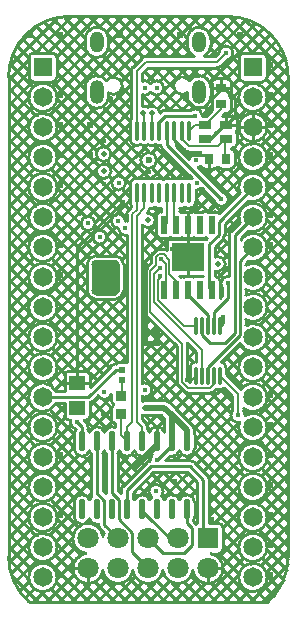
<source format=gbl>
G04 Layer: BottomLayer*
G04 EasyEDA Pro v1.9.26, 2023-01-09 17:51:20*
G04 Gerber Generator version 0.3*
G04 Scale: 100 percent, Rotated: No, Reflected: No*
G04 Dimensions in millimeters*
G04 Leading zeros omitted, absolute positions, 3 integers and 3 decimals*
%FSLAX33Y33*%
%MOMM*%
%AMOval*1,1,$1,$2,$3*1,1,$1,$4,$5*20,1,$1,$2,$3,$4,$5,0*%
%ADD10C,0.254*%
%ADD11C,0.2*%
%ADD12C,0.00508*%
%ADD13Oval,1.199998X0.0X-0.399999X0.0X0.399999*%
%ADD14Oval,1.199998X0.0X-0.299999X0.0X0.299999*%
%ADD15C,1.799996*%
%ADD16R,1.799996X1.799996*%
%ADD17R,1.599997X1.650009*%
%ADD18C,1.650009*%
%ADD19R,0.5495X0.565658*%
%ADD20R,0.540004X0.565658*%
%ADD21R,0.864006X0.806475*%
%ADD22R,1.39954X1.30048*%
%ADD23R,0.799998X0.899998*%
%ADD24R,1.099998X0.799998*%
%ADD25Oval,0.28001X0.0X-0.670001X0.0X0.670001*%
%ADD26Oval,0.559994X0.0X-0.592506X0.0X0.592506*%
%ADD27R,0.599999X1.499997*%
%ADD28R,2.799994X2.399995*%
%ADD29Oval,0.3556X0.0X-0.729602X0.0X0.729602*%
%ADD30R,0.899998X0.799998*%
%ADD31C,0.610001*%
%ADD32C,0.450002*%
%ADD33C,0.499999*%
%ADD34C,0.599999*%
%ADD35C,0.6096*%
%ADD36C,0.127*%
%ADD37C,0.381*%
%ADD38C,0.508*%
G75*

G54D10*

G04 Copper Start*
G01X107013Y-22963D02*
G02X105300Y-19143I3402J3820D01*
G01Y21483D01*
G02X110415Y26598I5115J0D01*
G01X123855D01*
G02X128970Y21483I0J-5115D01*
G01Y-19143D01*
G02X127257Y-22963I-5115J0D01*
G01X107013D01*
G01X120907Y-20324D02*
G03X122177Y-21422I1270J186D01*
G03X123461Y-20139I0J1284D01*
G03X122440Y-18882I-1284J0D01*
G01X123077D01*
G03X123461Y-18499I0J384D01*
G01Y-16699D01*
G03X123077Y-16315I-384J0D01*
G01X122307D01*
G01Y-12646D01*
G03X122157Y-12285I-511J0D01*
G01X121014Y-11142D01*
G03X120653Y-10992I-361J-361D01*
G01X118584D01*
G01X118952Y-10624D01*
G03X119129Y-10648I177J639D01*
G03X119764Y-10177I0J664D01*
G03X120399Y-10648I635J192D01*
G03X121063Y-9985I0J664D01*
G01Y-8800D01*
G03X121037Y-8616I-664J0D01*
G01Y-8455D01*
G03X120850Y-8004I-638J0D01*
G01X119580Y-6734D01*
G01X118937Y-6090D01*
G03X118486Y-5903I-451J-451D01*
G01X116843D01*
G03X116614Y-5946I0J-638D01*
G01Y-5598D01*
G03X116843Y-5643I229J564D01*
G03X117452Y-5034I0J609D01*
G03X116843Y-4426I-609J0D01*
G03X116614Y-4470I0J-609D01*
G01Y8916D01*
G03X117097Y8692I483J410D01*
G03X117731Y9325I0J634D01*
G03X117097Y9959I-634J0D01*
G03X117056Y9958I0J-634D01*
G01X117122Y10024D01*
G03X117263Y10354I-342J342D01*
G03X117415Y10333I152J540D01*
G03X117732Y10431I0J561D01*
G03X118050Y10333I318J463D01*
G03X118201Y10354I0J561D01*
G01Y10078D01*
G01X118194D01*
G03X117811Y9694I0J-384D01*
G01Y8194D01*
G03X118194Y7811I384J0D01*
G01X118794D01*
G03X118994Y7867I0J384D01*
G03X119194Y7811I200J327D01*
G01X119794D01*
G03X119994Y7867I0J384D01*
G03X120194Y7811I200J327D01*
G01X120794D01*
G03X120994Y7867I0J384D01*
G03X121194Y7811I200J327D01*
G01X121794D01*
G03X121994Y7867I0J384D01*
G03X122097Y7824I200J327D01*
G01X122027Y7754D01*
G03X121894Y7778I-133J-360D01*
G01X119094D01*
G03X118711Y7395I0J-384D01*
G01Y6798D01*
G03X118419Y6907I-292J-338D01*
G01X118053D01*
G03X117737Y6776I0J-447D01*
G01X117479Y6518D01*
G03X117348Y6202I316J-316D01*
G01Y5744D01*
G01X116958Y5354D01*
G03X116827Y5038I316J-316D01*
G01Y1570D01*
G03X116958Y1254I447J0D01*
G01X119553Y-1341D01*
G01Y-4335D01*
G03X119684Y-4651I447J0D01*
G01X120208Y-5176D01*
G03X120524Y-5306I316J316D01*
G01X122325D01*
G03X122641Y-5176I0J447D01*
G01X122805Y-5011D01*
G03X122927Y-4963I-128J508D01*
G03X123177Y-5027I250J460D01*
G03X123541Y-4881I0J524D01*
G01X124234Y-5574D01*
G01Y-6815D01*
G03X124109Y-7185I484J-369D01*
G03X124717Y-7793I609J0D01*
G03X124855Y-7777I0J609D01*
G03X124779Y-8201I1132J-423D01*
G03X125987Y-9409I1209J0D01*
G03X127196Y-8201I0J1209D01*
G03X125987Y-6992I-1209J0D01*
G03X125326Y-7189I0J-1209D01*
G01Y-7185D01*
G03X125201Y-6815I-609J0D01*
G01Y-6578D01*
G03X125987Y-6869I786J918D01*
G03X127196Y-5661I0J1209D01*
G03X125987Y-4452I-1209J0D01*
G03X124996Y-4969I0J-1209D01*
G01X123701Y-3673D01*
G01Y-3164D01*
G03X123312Y-2658I-524J0D01*
G01X124888Y-1082D01*
G03X125987Y-1789I1100J501D01*
G03X127196Y-581I0J1209D01*
G03X125987Y628I-1209J0D01*
G03X125380Y464I0J-1209D01*
G01Y914D01*
G03X125987Y751I607J1045D01*
G03X127196Y1959I0J1209D01*
G03X125987Y3168I-1209J0D01*
G03X125380Y3004I0J-1209D01*
G01Y3454D01*
G03X125987Y3291I607J1045D01*
G03X127196Y4499I0J1209D01*
G03X125987Y5708I-1209J0D01*
G03X125380Y5544I0J-1209D01*
G01Y5710D01*
G01X125574Y5904D01*
G03X125987Y5831I414J1136D01*
G03X127196Y7039I0J1209D01*
G03X125987Y8248I-1209J0D01*
G03X124974Y7698I0J-1209D01*
G01Y7844D01*
G01X125574Y8444D01*
G03X125987Y8371I414J1136D01*
G03X127196Y9579I0J1209D01*
G03X125987Y10788I-1209J0D01*
G03X124779Y9579I0J-1209D01*
G03X124852Y9166I1209J0D01*
G01X124102Y8416D01*
G03X123953Y8055I361J-361D01*
G01Y4596D01*
G03X123880Y4600I-73J-604D01*
G03X123272Y3991I0J-609D01*
G03X123370Y3660I609J0D01*
G01Y2985D01*
G01X123178Y2793D01*
G01Y4195D01*
G03X122815Y4578I-384J0D01*
G01Y5041D01*
G03X123015Y5009I200J601D01*
G03X123648Y5642I0J634D01*
G03X123015Y6276I-634J0D01*
G03X122815Y6244I0J-634D01*
G01Y7098D01*
G01X123435Y7718D01*
G03X123584Y8079I-361J361D01*
G01Y8994D01*
G01X125574Y10984D01*
G03X125987Y10911I414J1136D01*
G03X127196Y12119I0J1209D01*
G03X125987Y13328I-1209J0D01*
G03X124779Y12119I0J-1209D01*
G03X124852Y11706I1209J0D01*
G01X123088Y9942D01*
G03X122794Y10078I-293J-247D01*
G01X122194D01*
G03X121994Y10022I0J-384D01*
G03X121794Y10078I-200J-327D01*
G01X121194D01*
G03X120994Y10022I0J-384D01*
G03X120794Y10078I-200J-327D01*
G01X120194D01*
G03X119994Y10022I0J-384D01*
G03X119803Y10078I-200J-327D01*
G01Y10354D01*
G03X119955Y10333I151J541D01*
G03X120272Y10431I0J561D01*
G03X120590Y10333I318J463D01*
G03X121151Y10894I0J561D01*
G01Y11894D01*
G03X121223Y11889I72J604D01*
G03X121649Y12063I0J609D01*
G01X122730Y10981D01*
G03X123325Y10499I595J127D01*
G03X123933Y11108I0J609D01*
G03X123452Y11703I-609J0D01*
G01X121343Y13813D01*
G03X121555Y13918I-160J587D01*
G03X121901Y13699I347J164D01*
G01X122701D01*
G03X123001Y13844I0J384D01*
G03X123301Y13699I300J239D01*
G01X124101D01*
G03X124485Y14082I0J384D01*
G01Y14982D01*
G03X124123Y15365I-384J0D01*
G01Y15460D01*
G01X124262D01*
G03X124646Y15843I0J384D01*
G01Y16643D01*
G03X124604Y16818I-384J0D01*
G03X124646Y16993I-341J175D01*
G01Y17793D01*
G03X124262Y18177I-384J0D01*
G01X123380D01*
G01X123586Y18383D01*
G01X123770D01*
G03X124154Y18766I0J384D01*
G01Y19566D01*
G03X124009Y19866I-384J0D01*
G03X124154Y20166I-239J300D01*
G01Y20966D01*
G03X123770Y21350I-384J0D01*
G01X122870D01*
G03X122487Y20966I0J-384D01*
G01Y20166D01*
G03X122631Y19866I384J0D01*
G03X122487Y19566I239J-300D01*
G01Y18766D01*
G03X122500Y18665I384J0D01*
G01X122012Y18177D01*
G01X121705D01*
G01X121706Y18189D01*
G03X121097Y18798I-609J0D01*
G03X120766Y18700I0J-609D01*
G01X118565D01*
G03X118204Y18550I0J-511D01*
G01X118104Y18451D01*
G03X117474Y19014I-630J-70D01*
G03X117097Y18890I0J-634D01*
G03X116720Y19014I-377J-509D01*
G03X116628Y19007I0J-634D01*
G01Y19972D01*
G03X116847Y19931I219J568D01*
G03X117347Y20193I0J609D01*
G03X117847Y19931I500J347D01*
G03X118456Y20539I0J609D01*
G03X117847Y21148I-609J0D01*
G03X117347Y20886I0J-609D01*
G03X116847Y21148I-500J-347D01*
G03X116628Y21107I0J-609D01*
G01Y21770D01*
G01X117119Y22260D01*
G01X122642D01*
G01X122948D01*
G03X123290Y22402I0J484D01*
G01X123782Y22894D01*
G03X124310Y23498I-81J603D01*
G03X123701Y24106I-609J0D01*
G03X123098Y23578I0J-609D01*
G01X122747Y23227D01*
G01X122642D01*
G01X121875D01*
G03X122406Y24100I-453J873D01*
G01Y24700D01*
G03X121422Y25684I-984J0D01*
G03X120439Y24700I0J-984D01*
G01Y24100D01*
G03X120970Y23227I984J0D01*
G01X116919D01*
G03X116577Y23086I0J-484D01*
G01X115803Y22312D01*
G03X115661Y21970I342J-342D01*
G01Y17948D01*
G03X115584Y17663I484J-285D01*
G01Y16204D01*
G03X116145Y15642I561J0D01*
G03X116462Y15741I0J561D01*
G03X116780Y15642I318J463D01*
G03X117097Y15741I0J561D01*
G03X117415Y15642I318J463D01*
G03X117732Y15741I0J561D01*
G03X118050Y15642I318J463D01*
G03X118183Y15658I0J561D01*
G03X118324Y15389I502J91D01*
G01X120788Y12923D01*
G03X120757Y12889I435J-425D01*
G03X120590Y12915I-167J-536D01*
G03X120272Y12816I0J-561D01*
G03X119955Y12915I-317J-463D01*
G03X119637Y12816I0J-561D01*
G03X119320Y12915I-317J-463D01*
G03X119002Y12816I0J-561D01*
G03X118685Y12915I-317J-463D01*
G03X118367Y12816I0J-561D01*
G03X118050Y12915I-317J-463D01*
G03X117732Y12816I0J-561D01*
G03X117415Y12915I-317J-463D01*
G03X117097Y12816I0J-561D01*
G03X116780Y12915I-317J-463D01*
G03X116462Y12816I0J-561D01*
G03X116145Y12915I-317J-463D01*
G03X115584Y12353I0J-561D01*
G01Y10894D01*
G03X115661Y10609I561J0D01*
G01Y10430D01*
G01X115436Y10205D01*
G03X115295Y9863I342J-342D01*
G01Y9260D01*
G03X115199Y9268I-95J-601D01*
G01X115196D01*
G01Y9271D01*
G03X114587Y9880I-609J0D01*
G03X113979Y9271I0J-609D01*
G03X114587Y8663I609J0D01*
G01X114591D01*
G01Y8659D01*
G03X115199Y8051I609J0D01*
G03X115295Y8058I0J609D01*
G01Y-2666D01*
G03X115208Y-2656I-86J-374D01*
G01X114668D01*
G03X114360Y-2812I0J-384D01*
G01X114355D01*
G03X113994Y-2962I0J-511D01*
G01X112212Y-4744D01*
G01Y-3799D01*
G03X111828Y-3415I-384J0D01*
G01X110429D01*
G03X110045Y-3799I0J-384D01*
G01Y-5099D01*
G03X110048Y-5150I384J0D01*
G01X109303D01*
G03X108207Y-4452I-1095J-511D01*
G03X106999Y-5661I0J-1209D01*
G03X108207Y-6869I1209J0D01*
G03X109303Y-6171I0J1209D01*
G01X110045D01*
G01Y-7200D01*
G03X110429Y-7583I384J0D01*
G01X110542D01*
G03X110520Y-7744I587J-161D01*
G03X110999Y-8339I609J0D01*
G01Y-8376D01*
G03X110846Y-8800I511J-424D01*
G01Y-9985D01*
G03X111509Y-10648I664J0D01*
G03X112144Y-10177I0J664D01*
G03X112269Y-10408I635J192D01*
G01Y-13753D01*
G03X112354Y-14035I511J0D01*
G03X112144Y-14352I426J-509D01*
G03X111509Y-13881I-635J-192D01*
G03X110846Y-14545I0J-664D01*
G01Y-15730D01*
G03X111509Y-16393I664J0D01*
G03X111590Y-16388I0J664D01*
G03X110734Y-17599I427J-1210D01*
G03X111831Y-18869I1284J0D01*
G03X110734Y-20139I186J-1270D01*
G03X112017Y-21422I1284J0D01*
G03X113287Y-20324I0J1284D01*
G03X114557Y-21422I1270J186D01*
G03X115827Y-20324I0J1284D01*
G03X117097Y-21422I1270J186D01*
G03X118367Y-20324I0J1284D01*
G03X119637Y-21422I1270J186D01*
G03X120907Y-20324I0J1284D01*
G01X114306Y2646D02*
G03X115037Y3377I0J731D01*
G01Y5606D01*
G03X114306Y6336I-731J0D01*
G01X112687D01*
G03X111956Y5606I0J-731D01*
G01Y3377D01*
G03X112687Y2646I731J0D01*
G01X114306D01*
G01X120439Y19800D02*
G03X121422Y18817I984J0D01*
G03X122406Y19800I0J984D01*
G01Y20600D01*
G03X121422Y21584I-984J0D01*
G03X120595Y21132I0J-984D01*
G03X119987Y21454I-607J-411D01*
G03X119254Y20721I0J-734D01*
G03X119987Y19987I734J0D01*
G03X120439Y20142I0J734D01*
G01Y19800D01*
G01X112772Y18817D02*
G03X113756Y19800I0J984D01*
G01Y20142D01*
G03X114207Y19987I451J578D01*
G03X114941Y20721I0J734D01*
G03X114207Y21454I-734J0D01*
G03X113600Y21132I0J-734D01*
G03X112772Y21584I-828J-532D01*
G03X111789Y20600I0J-984D01*
G01Y19800D01*
G03X112772Y18817I984J0D01*
G01X106999Y4499D02*
G03X108207Y3291I1209J0D01*
G03X109416Y4499I0J1209D01*
G03X108207Y5708I-1209J0D01*
G03X106999Y4499I0J-1209D01*
G01X106999Y1959D02*
G03X108207Y751I1209J0D01*
G03X109416Y1959I0J1209D01*
G03X108207Y3168I-1209J0D01*
G03X106999Y1959I0J-1209D01*
G01X108207Y-4329D02*
G03X109416Y-3121I0J1209D01*
G03X108207Y-1912I-1209J0D01*
G03X106999Y-3121I0J-1209D01*
G03X108207Y-4329I1209J0D01*
G01X124779Y-3121D02*
G03X125987Y-4329I1209J0D01*
G03X127196Y-3121I0J1209D01*
G03X125987Y-1912I-1209J0D01*
G03X124779Y-3121I0J-1209D01*
G01X108207Y-1789D02*
G03X109416Y-581I0J1209D01*
G03X108207Y628I-1209J0D01*
G03X106999Y-581I0J-1209D01*
G03X108207Y-1789I1209J0D01*
G01X106999Y7039D02*
G03X108207Y5831I1209J0D01*
G03X109416Y7039I0J1209D01*
G03X108207Y8248I-1209J0D01*
G03X106999Y7039I0J-1209D01*
G01X108207Y-9409D02*
G03X109416Y-8201I0J1209D01*
G03X108207Y-6992I-1209J0D01*
G03X106999Y-8201I0J-1209D01*
G03X108207Y-9409I1209J0D01*
G01X124779Y-10741D02*
G03X125987Y-11949I1209J0D01*
G03X127196Y-10741I0J1209D01*
G03X125987Y-9532I-1209J0D01*
G03X124779Y-10741I0J-1209D01*
G01X106999Y-10741D02*
G03X108207Y-11949I1209J0D01*
G03X109416Y-10741I0J1209D01*
G03X108207Y-9532I-1209J0D01*
G03X106999Y-10741I0J-1209D01*
G01X124779Y-13281D02*
G03X125987Y-14489I1209J0D01*
G03X127196Y-13281I0J1209D01*
G03X125987Y-12072I-1209J0D01*
G03X124779Y-13281I0J-1209D01*
G01X108207Y-14489D02*
G03X109416Y-13281I0J1209D01*
G03X108207Y-12072I-1209J0D01*
G03X106999Y-13281I0J-1209D01*
G03X108207Y-14489I1209J0D01*
G01X125987Y-17029D02*
G03X127196Y-15821I0J1209D01*
G03X125987Y-14612I-1209J0D01*
G03X124779Y-15821I0J-1209D01*
G03X125987Y-17029I1209J0D01*
G01X125987Y-22109D02*
G03X127196Y-20901I0J1209D01*
G03X125987Y-19692I-1209J0D01*
G03X124779Y-20901I0J-1209D01*
G03X125987Y-22109I1209J0D01*
G01X106999Y-15821D02*
G03X108207Y-17029I1209J0D01*
G03X109416Y-15821I0J1209D01*
G03X108207Y-14612I-1209J0D01*
G03X106999Y-15821I0J-1209D01*
G01X125987Y-19569D02*
G03X127196Y-18361I0J1209D01*
G03X125987Y-17152I-1209J0D01*
G03X124779Y-18361I0J-1209D01*
G03X125987Y-19569I1209J0D01*
G01X106999Y-18361D02*
G03X108207Y-19569I1209J0D01*
G03X109416Y-18361I0J1209D01*
G03X108207Y-17152I-1209J0D01*
G03X106999Y-18361I0J-1209D01*
G01X108207Y8371D02*
G03X109416Y9579I0J1209D01*
G03X108207Y10788I-1209J0D01*
G03X106999Y9579I0J-1209D01*
G03X108207Y8371I1209J0D01*
G01X108207Y10911D02*
G03X109416Y12119I0J1209D01*
G03X108207Y13328I-1209J0D01*
G03X106999Y12119I0J-1209D01*
G03X108207Y10911I1209J0D01*
G01X106999Y14659D02*
G03X108207Y13451I1209J0D01*
G03X109416Y14659I0J1209D01*
G03X108207Y15868I-1209J0D01*
G03X106999Y14659I0J-1209D01*
G01X125987Y13451D02*
G03X127196Y14659I0J1209D01*
G03X125987Y15868I-1209J0D01*
G03X124779Y14659I0J-1209D01*
G03X125987Y13451I1209J0D01*
G01X108207Y15991D02*
G03X109416Y17199I0J1209D01*
G03X108207Y18408I-1209J0D01*
G03X106999Y17199I0J-1209D01*
G03X108207Y15991I1209J0D01*
G01X125987Y15991D02*
G03X127196Y17199I0J1209D01*
G03X125987Y18408I-1209J0D01*
G03X124779Y17199I0J-1209D01*
G03X125987Y15991I1209J0D01*
G01X108207Y18531D02*
G03X109416Y19739I0J1209D01*
G03X108207Y20948I-1209J0D01*
G03X106999Y19739I0J-1209D01*
G03X108207Y18531I1209J0D01*
G01X124779Y19739D02*
G03X125987Y18531I1209J0D01*
G03X127196Y19739I0J1209D01*
G03X125987Y20948I-1209J0D01*
G03X124779Y19739I0J-1209D01*
G01X106999Y-20901D02*
G03X108207Y-22109I1209J0D01*
G03X109416Y-20901I0J1209D01*
G03X108207Y-19692I-1209J0D01*
G03X106999Y-20901I0J-1209D01*
G01X107024Y21454D02*
G03X107407Y21071I384J0D01*
G01X109007D01*
G03X109391Y21454I0J384D01*
G01Y23104D01*
G03X109007Y23488I-384J0D01*
G01X107407D01*
G03X107024Y23104I0J-384D01*
G01Y21454D01*
G01X124804Y21454D02*
G03X125187Y21071I384J0D01*
G01X126787D01*
G03X127171Y21454I0J384D01*
G01Y23104D01*
G03X126787Y23488I-384J0D01*
G01X125187D01*
G03X124804Y23104I0J-384D01*
G01Y21454D01*
G01X112772Y23117D02*
G03X113756Y24100I0J984D01*
G01Y24700D01*
G03X112772Y25684I-984J0D01*
G03X111789Y24700I0J-984D01*
G01Y24100D01*
G03X112772Y23117I984J0D01*
G01X116479Y14403D02*
G03X117162Y13719I684J0D01*
G03X117846Y14403I0J684D01*
G03X117162Y15086I-684J0D01*
G03X116479Y14403I0J-684D01*
G01X113351Y14306D02*
G03X113984Y14940I0J634D01*
G03X113351Y15573I-634J0D01*
G03X112717Y14940I0J-634D01*
G03X113351Y14306I634J0D01*
G01X113351Y12856D02*
G03X113984Y13490I0J634D01*
G03X113351Y14124I-634J0D01*
G03X112717Y13490I0J-634D01*
G03X113351Y12856I634J0D01*
G01X114620Y11894D02*
G03X115228Y12503I0J609D01*
G03X114620Y13112I-609J0D01*
G03X114011Y12503I0J-609D01*
G03X114620Y11894I609J0D01*
G01X111413Y9067D02*
G03X112022Y8458I609J0D01*
G03X112630Y9067I0J609D01*
G03X112022Y9676I-609J0D01*
G03X111413Y9067I0J-609D01*
G01X113023Y7307D02*
G03X113631Y7915I0J609D01*
G03X113023Y8524I-609J0D01*
G03X112414Y7915I0J-609D01*
G03X113023Y7307I609J0D01*
G01X126783Y-22963D02*
G01X128533Y-21213D01*
G01X125705Y-22963D02*
G01X128936Y-19732D01*
G01X124628Y-22963D02*
G01X125559Y-22031D01*
G01X127118Y-20473D02*
G01X128970Y-18620D01*
G01X123550Y-22963D02*
G01X124966Y-21547D01*
G01X126633Y-19879D02*
G01X128970Y-17542D01*
G01X122472Y-22963D02*
G01X124811Y-20624D01*
G01X125711Y-19724D02*
G01X125871Y-19564D01*
G01X127190Y-18245D02*
G01X128970Y-16465D01*
G01X121395Y-22963D02*
G01X125138Y-19220D01*
G01X126847Y-17511D02*
G01X128970Y-15387D01*
G01X120317Y-22963D02*
G01X121890Y-21390D01*
G01X123428Y-19851D02*
G01X124786Y-18494D01*
G01X126120Y-17159D02*
G01X126289Y-16991D01*
G01X127158Y-16122D02*
G01X128970Y-14309D01*
G01X119239Y-22963D02*
G01X121215Y-20987D01*
G01X123026Y-19176D02*
G01X125353Y-16849D01*
G01X127016Y-15186D02*
G01X128970Y-13232D01*
G01X118162Y-22963D02*
G01X119704Y-21420D01*
G01X123461Y-17664D02*
G01X124862Y-16262D01*
G01X126429Y-14696D02*
G01X128970Y-12154D01*
G01X117084Y-22963D02*
G01X118875Y-21171D01*
G01X123448Y-16599D02*
G01X125616Y-14431D01*
G01X127138Y-12909D02*
G01X128970Y-11077D01*
G01X116006Y-22963D02*
G01X117694Y-21275D01*
G01X118234Y-20736D02*
G01X118421Y-20548D01*
G01X122654Y-16315D02*
G01X124997Y-13973D01*
G01X126679Y-12290D02*
G01X128970Y-9999D01*
G01X114929Y-22963D02*
G01X116579Y-21313D01*
G01X122307Y-15585D02*
G01X124793Y-13099D01*
G01X125806Y-12086D02*
G01X125943Y-11948D01*
G01X127195Y-10696D02*
G01X128970Y-8921D01*
G01X113851Y-22963D02*
G01X116004Y-20810D01*
G01X122307Y-14507D02*
G01X125177Y-11637D01*
G01X126884Y-9930D02*
G01X128970Y-7844D01*
G01X112774Y-22963D02*
G01X114334Y-21402D01*
G01X122307Y-13429D02*
G01X124796Y-10941D01*
G01X126188Y-9549D02*
G01X126400Y-9337D01*
G01X127123Y-8613D02*
G01X128970Y-6766D01*
G01X111696Y-22963D02*
G01X113631Y-21027D01*
G01X122249Y-12410D02*
G01X125401Y-9257D01*
G01X127044Y-7614D02*
G01X128970Y-5688D01*
G01X110618Y-22963D02*
G01X112168Y-21413D01*
G01X121727Y-11854D02*
G01X124885Y-8696D01*
G01X126483Y-7098D02*
G01X128970Y-4611D01*
G01X109541Y-22963D02*
G01X111300Y-21203D01*
G01X121188Y-11315D02*
G01X124710Y-7793D01*
G01X125326Y-7178D02*
G01X125675Y-6828D01*
G01X127155Y-5348D02*
G01X128970Y-3533D01*
G01X108463Y-22963D02*
G01X110821Y-20604D01*
G01X120434Y-10992D02*
G01X124121Y-7305D01*
G01X126724Y-4702D02*
G01X128970Y-2456D01*
G01X107385Y-22963D02*
G01X108239Y-22109D01*
G01X109416Y-20933D02*
G01X111032Y-19316D01*
G01X111195Y-19153D02*
G01X111553Y-18795D01*
G01X119356Y-10992D02*
G01X119913Y-10436D01*
G01X121063Y-9285D02*
G01X124234Y-6114D01*
G01X125892Y-4456D02*
G01X126019Y-4329D01*
G01X127196Y-3153D02*
G01X128970Y-1378D01*
G01X106657Y-22613D02*
G01X107438Y-21833D01*
G01X109139Y-20131D02*
G01X110954Y-18317D01*
G01X121008Y-8263D02*
G01X123965Y-5305D01*
G01X124649Y-4621D02*
G01X125218Y-4053D01*
G01X126919Y-2351D02*
G01X128970Y-300D01*
G01X106180Y-22012D02*
G01X107028Y-21165D01*
G01X108472Y-19721D02*
G01X108755Y-19438D01*
G01X109285Y-18908D02*
G01X110742Y-17450D01*
G01X120520Y-7673D02*
G01X123166Y-5027D01*
G01X124110Y-4083D02*
G01X124808Y-3385D01*
G01X126252Y-1941D02*
G01X126535Y-1658D01*
G01X127065Y-1128D02*
G01X128970Y777D01*
G01X105789Y-21326D02*
G01X107671Y-19444D01*
G01X109291Y-17825D02*
G01X110982Y-16133D01*
G01X119981Y-7134D02*
G01X121809Y-5306D01*
G01X123701Y-3414D02*
G01X125451Y-1664D01*
G01X127071Y-45D02*
G01X128970Y1855D01*
G01X105495Y-20543D02*
G01X107130Y-18908D01*
G01X108755Y-17283D02*
G01X110846Y-15192D01*
G01X111970Y-14067D02*
G01X112269Y-13769D01*
G01X119442Y-6596D02*
G01X120731Y-5306D01*
G01X123363Y-2674D02*
G01X124910Y-1128D01*
G01X126535Y497D02*
G01X128970Y2933D01*
G01X105324Y-19636D02*
G01X107114Y-17846D01*
G01X107693Y-17267D02*
G01X107957Y-17003D01*
G01X109390Y-15570D02*
G01X112269Y-12691D01*
G01X118902Y-6058D02*
G01X119996Y-4964D01*
G01X125473Y513D02*
G01X125737Y777D01*
G01X127170Y2210D02*
G01X128970Y4010D01*
G01X105300Y-18583D02*
G01X107283Y-16599D01*
G01X108986Y-14896D02*
G01X112269Y-11613D01*
G01X117979Y-5903D02*
G01X119553Y-4329D01*
G01X126766Y2884D02*
G01X128970Y5088D01*
G01X105300Y-17505D02*
G01X106999Y-15806D01*
G01X108193Y-14612D02*
G01X108321Y-14484D01*
G01X109411Y-13394D02*
G01X112269Y-10536D01*
G01X116901Y-5903D02*
G01X119553Y-3252D01*
G01X125973Y3168D02*
G01X126101Y3296D01*
G01X127191Y4386D02*
G01X128970Y6166D01*
G01X105300Y-16427D02*
G01X107481Y-14246D01*
G01X109173Y-12554D02*
G01X111171Y-10556D01*
G01X117192Y-4535D02*
G01X119553Y-2174D01*
G01X126953Y5226D02*
G01X128970Y7243D01*
G01X105300Y-15350D02*
G01X107044Y-13606D01*
G01X108533Y-12117D02*
G01X108978Y-11672D01*
G01X109139Y-11511D02*
G01X110846Y-9804D01*
G01X116614Y-4035D02*
G01X119431Y-1219D01*
G01X126313Y5663D02*
G01X126758Y6108D01*
G01X126919Y6269D02*
G01X128970Y8321D01*
G01X105300Y-14272D02*
G01X107724Y-11848D01*
G01X109315Y-10257D02*
G01X110851Y-8721D01*
G01X116614Y-2958D02*
G01X118892Y-680D01*
G01X123178Y3606D02*
G01X123322Y3750D01*
G01X127095Y7523D02*
G01X128970Y9398D01*
G01X105300Y-13195D02*
G01X107157Y-11338D01*
G01X108804Y-9690D02*
G01X110553Y-7942D01*
G01X116614Y-1880D02*
G01X118353Y-141D01*
G01X123008Y4513D02*
G01X123953Y5459D01*
G01X126584Y8090D02*
G01X128970Y10476D01*
G01X105300Y-12117D02*
G01X107062Y-10354D01*
G01X107821Y-9595D02*
G01X108022Y-9395D01*
G01X109402Y-8015D02*
G01X110073Y-7344D01*
G01X114760Y-2656D02*
G01X115295Y-2122D01*
G01X116614Y-802D02*
G01X117814Y397D01*
G01X123484Y6068D02*
G01X123953Y6536D01*
G01X125601Y8185D02*
G01X125802Y8385D01*
G01X127182Y9765D02*
G01X128970Y11554D01*
G01X105300Y-11039D02*
G01X107319Y-9020D01*
G01X109027Y-7312D02*
G01X110045Y-6294D01*
G01X112212Y-4127D02*
G01X115295Y-1044D01*
G01X116614Y275D02*
G01X117275Y936D01*
G01X122815Y6476D02*
G01X123953Y7614D01*
G01X126807Y10468D02*
G01X128970Y12631D01*
G01X105300Y-9962D02*
G01X107000Y-8261D01*
G01X108268Y-6994D02*
G01X108409Y-6852D01*
G01X111846Y-3416D02*
G01X115295Y33D01*
G01X116614Y1353D02*
G01X116827Y1565D01*
G01X123584Y8323D02*
G01X124780Y9519D01*
G01X126048Y10786D02*
G01X126189Y10928D01*
G01X127179Y11918D02*
G01X128970Y13709D01*
G01X105300Y-8884D02*
G01X107525Y-6658D01*
G01X109205Y-4979D02*
G01X110045Y-4139D01*
G01X110769Y-3415D02*
G01X115295Y1111D01*
G01X116614Y2430D02*
G01X116827Y2643D01*
G01X121957Y7773D02*
G01X122031Y7847D01*
G01X126985Y12801D02*
G01X128970Y14787D01*
G01X105300Y-7806D02*
G01X107062Y-6045D01*
G01X108591Y-4515D02*
G01X115295Y2189D01*
G01X116614Y3508D02*
G01X116827Y3721D01*
G01X120884Y7778D02*
G01X120950Y7844D01*
G01X123069Y9963D02*
G01X124842Y11735D01*
G01X126371Y13265D02*
G01X128970Y15864D01*
G01X105300Y-6729D02*
G01X107778Y-4250D01*
G01X109337Y-2691D02*
G01X115295Y3266D01*
G01X116614Y4586D02*
G01X116827Y4798D01*
G01X119807Y7778D02*
G01X119842Y7814D01*
G01X122093Y10064D02*
G01X122811Y10782D01*
G01X123650Y11622D02*
G01X125558Y13530D01*
G01X127117Y15089D02*
G01X128970Y16942D01*
G01X105300Y-5651D02*
G01X107185Y-3765D01*
G01X108852Y-2098D02*
G01X113597Y2646D01*
G01X115037Y4086D02*
G01X115295Y4344D01*
G01X116614Y5663D02*
G01X118762Y7811D01*
G01X120981Y10030D02*
G01X122331Y11380D01*
G01X123053Y12102D02*
G01X124965Y14015D01*
G01X126632Y15682D02*
G01X128970Y18019D01*
G01X105300Y-4573D02*
G01X107031Y-2842D01*
G01X107929Y-1945D02*
G01X108090Y-1783D01*
G01X109410Y-463D02*
G01X112535Y2662D01*
G01X115037Y5164D02*
G01X115295Y5422D01*
G01X116614Y6741D02*
G01X117867Y7994D01*
G01X119927Y10054D02*
G01X120292Y10418D01*
G01X121151Y11278D02*
G01X121792Y11919D01*
G01X122514Y12641D02*
G01X123572Y13699D01*
G01X124485Y14612D02*
G01X124811Y14938D01*
G01X125709Y15835D02*
G01X125870Y15997D01*
G01X127190Y17317D02*
G01X128970Y19097D01*
G01X105300Y-3496D02*
G01X107357Y-1439D01*
G01X109066Y270D02*
G01X111982Y3186D01*
G01X114868Y6073D02*
G01X115295Y6499D01*
G01X116614Y7819D02*
G01X117811Y9015D01*
G01X121975Y13180D02*
G01X122494Y13699D01*
G01X124157Y15362D02*
G01X124255Y15460D01*
G01X124646Y15850D02*
G01X125137Y16341D01*
G01X126846Y18050D02*
G01X128970Y20175D01*
G01X105300Y-2418D02*
G01X107006Y-712D01*
G01X108339Y621D02*
G01X108506Y788D01*
G01X109378Y1660D02*
G01X111956Y4239D01*
G01X114054Y6336D02*
G01X115295Y7577D01*
G01X116614Y8896D02*
G01X116623Y8905D01*
G01X117518Y9800D02*
G01X118051Y10333D01*
G01X120631Y12913D02*
G01X120715Y12997D01*
G01X121437Y13719D02*
G01X121584Y13866D01*
G01X124639Y16921D02*
G01X124786Y17068D01*
G01X126119Y18401D02*
G01X126286Y18568D01*
G01X127158Y19440D02*
G01X128970Y21252D01*
G01X105300Y-1341D02*
G01X107572Y932D01*
G01X109235Y2595D02*
G01X111956Y5316D01*
G01X112977Y6336D02*
G01X114822Y8182D01*
G01X119519Y12878D02*
G01X120176Y13536D01*
G01X124605Y17965D02*
G01X125352Y18712D01*
G01X127015Y20375D02*
G01X128909Y22269D01*
G01X105300Y-263D02*
G01X107082Y1519D01*
G01X108648Y3085D02*
G01X112885Y7323D01*
G01X113615Y8053D02*
G01X114298Y8736D01*
G01X115123Y9560D02*
G01X115295Y9732D01*
G01X118399Y12836D02*
G01X119637Y14075D01*
G01X123739Y18177D02*
G01X124862Y19299D01*
G01X126428Y20865D02*
G01X126634Y21071D01*
G01X127171Y21608D02*
G01X128697Y23134D01*
G01X105300Y815D02*
G01X107835Y3350D01*
G01X109357Y4872D02*
G01X112414Y7929D01*
G01X113009Y8524D02*
G01X114060Y9575D01*
G01X114284Y9799D02*
G01X115584Y11099D01*
G01X117399Y12914D02*
G01X119099Y14614D01*
G01X124143Y19658D02*
G01X125556Y21071D01*
G01X127171Y22686D02*
G01X128371Y23886D01*
G01X105300Y1892D02*
G01X107216Y3808D01*
G01X108898Y5491D02*
G01X111882Y8475D01*
G01X112614Y9207D02*
G01X115584Y12176D01*
G01X116300Y12893D02*
G01X117128Y13720D01*
G01X117845Y14438D02*
G01X118560Y15153D01*
G01X121697Y18290D02*
G01X122487Y19079D01*
G01X124154Y20747D02*
G01X124808Y21400D01*
G01X126883Y23476D02*
G01X127952Y24545D01*
G01X105300Y2970D02*
G01X107013Y4683D01*
G01X108024Y5694D02*
G01X108162Y5832D01*
G01X109415Y7085D02*
G01X111414Y9084D01*
G01X112005Y9675D02*
G01X114309Y11980D01*
G01X115143Y12813D02*
G01X116515Y14185D01*
G01X117380Y15051D02*
G01X117977Y15647D01*
G01X121127Y18797D02*
G01X121178Y18848D01*
G01X122406Y20076D02*
G01X122487Y20157D01*
G01X123680Y21350D02*
G01X124804Y22474D01*
G01X125818Y23488D02*
G01X127451Y25121D01*
G01X105300Y4048D02*
G01X107396Y6144D01*
G01X109103Y7851D02*
G01X116910Y15658D01*
G01X119952Y18700D02*
G01X120567Y19315D01*
G01X122299Y21047D02*
G01X126868Y25616D01*
G01X105300Y5125D02*
G01X107015Y6841D01*
G01X108406Y8232D02*
G01X108617Y8442D01*
G01X109344Y9170D02*
G01X113088Y12914D01*
G01X113927Y13753D02*
G01X115882Y15708D01*
G01X118874Y18700D02*
G01X120190Y20016D01*
G01X121714Y21540D02*
G01X122435Y22260D01*
G01X124117Y23942D02*
G01X126202Y26028D01*
G01X105300Y6203D02*
G01X107620Y8523D01*
G01X109264Y10167D02*
G01X112735Y13638D01*
G01X113203Y14106D02*
G01X113406Y14309D01*
G01X113982Y14885D02*
G01X115584Y16487D01*
G01X117924Y18827D02*
G01X119391Y20294D01*
G01X120414Y21317D02*
G01X121357Y22260D01*
G01X122324Y23227D02*
G01X125442Y26345D01*
G01X105300Y7280D02*
G01X107105Y9085D01*
G01X108702Y10682D02*
G01X112752Y14733D01*
G01X113558Y15539D02*
G01X115584Y17564D01*
G01X116978Y18959D02*
G01X117961Y19942D01*
G01X118445Y20426D02*
G01X120280Y22260D01*
G01X122406Y24387D02*
G01X124567Y26548D01*
G01X105300Y8358D02*
G01X107225Y10284D01*
G01X107503Y10562D02*
G01X107894Y10952D01*
G01X109375Y12433D02*
G01X115661Y18720D01*
G01X116628Y19687D02*
G01X116873Y19931D01*
G01X118054Y21112D02*
G01X119202Y22260D01*
G01X120169Y23227D02*
G01X120563Y23622D01*
G01X122219Y25277D02*
G01X123540Y26598D01*
G01X105300Y9436D02*
G01X107248Y11384D01*
G01X108943Y13079D02*
G01X115661Y19797D01*
G01X116994Y21130D02*
G01X118124Y22260D01*
G01X119091Y23227D02*
G01X120439Y24575D01*
G01X121541Y25677D02*
G01X122462Y26598D01*
G01X105300Y10513D02*
G01X107003Y12216D01*
G01X108110Y13324D02*
G01X108238Y13451D01*
G01X109416Y14629D02*
G01X115661Y20875D01*
G01X118014Y23227D02*
G01X121384Y26598D01*
G01X105300Y11591D02*
G01X107437Y13728D01*
G01X109139Y15430D02*
G01X112551Y18842D01*
G01X113756Y20047D02*
G01X113812Y20103D01*
G01X114825Y21116D02*
G01X115661Y21953D01*
G01X116936Y23227D02*
G01X120307Y26598D01*
G01X105300Y12669D02*
G01X107028Y14397D01*
G01X108470Y15839D02*
G01X108751Y16120D01*
G01X109287Y16656D02*
G01X111928Y19297D01*
G01X114073Y21442D02*
G01X119229Y26598D01*
G01X105300Y13746D02*
G01X107670Y16117D01*
G01X109290Y17737D02*
G01X111789Y20235D01*
G01X113086Y21533D02*
G01X118151Y26598D01*
G01X105300Y14824D02*
G01X107129Y16653D01*
G01X108753Y18278D02*
G01X117074Y26598D01*
G01X105300Y15901D02*
G01X107115Y17717D01*
G01X107690Y18291D02*
G01X107956Y18557D01*
G01X109389Y19991D02*
G01X112542Y23144D01*
G01X113756Y24358D02*
G01X115996Y26598D01*
G01X105300Y16979D02*
G01X107282Y18962D01*
G01X108985Y20665D02*
G01X111924Y23603D01*
G01X113581Y25260D02*
G01X114918Y26598D01*
G01X105300Y18057D02*
G01X106999Y19756D01*
G01X108191Y20948D02*
G01X108314Y21071D01*
G01X109391Y22148D02*
G01X111789Y24546D01*
G01X112916Y25673D02*
G01X113841Y26598D01*
G01X105300Y19134D02*
G01X107264Y21099D01*
G01X109376Y23211D02*
G01X112763Y26598D01*
G01X105300Y20212D02*
G01X107024Y21936D01*
G01X108576Y23488D02*
G01X111686Y26598D01*
G01X105300Y21290D02*
G01X107024Y23014D01*
G01X107498Y23488D02*
G01X110608Y26598D01*
G01X105394Y22462D02*
G01X109436Y26503D01*
G01X106127Y24273D02*
G01X107625Y25770D01*
G01X128774Y22887D02*
G01X125259Y26401D01*
G01X128969Y21615D02*
G01X123987Y26596D01*
G01X128970Y20535D02*
G01X127171Y22334D01*
G01X126017Y23488D02*
G01X122908Y26598D01*
G01X128970Y19458D02*
G01X127135Y21293D01*
G01X124993Y23435D02*
G01X121830Y26598D01*
G01X128970Y18380D02*
G01X127066Y20284D01*
G01X126532Y20819D02*
G01X126279Y21071D01*
G01X124804Y22546D02*
G01X124201Y23150D01*
G01X123353Y23997D02*
G01X122363Y24987D01*
G01X121709Y25641D02*
G01X120752Y26598D01*
G01X128970Y17302D02*
G01X127070Y19202D01*
G01X125450Y20822D02*
G01X125202Y21071D01*
G01X124804Y21469D02*
G01X123580Y22692D01*
G01X122896Y23376D02*
G01X122383Y23890D01*
G01X120806Y25467D02*
G01X119675Y26598D01*
G01X128970Y16225D02*
G01X126534Y18661D01*
G01X124909Y20286D02*
G01X124145Y21050D01*
G01X123854Y21341D02*
G01X122935Y22260D01*
G01X121968Y23227D02*
G01X121934Y23261D01*
G01X120440Y24755D02*
G01X118597Y26598D01*
G01X128970Y15147D02*
G01X127169Y16948D01*
G01X125736Y18382D02*
G01X125470Y18647D01*
G01X124895Y19222D02*
G01X124116Y20001D01*
G01X122778Y21339D02*
G01X121857Y22260D01*
G01X120890Y23227D02*
G01X117519Y26598D01*
G01X128970Y14069D02*
G01X126765Y16274D01*
G01X125062Y17977D02*
G01X124154Y18886D01*
G01X122487Y20553D02*
G01X122405Y20634D01*
G01X121456Y21583D02*
G01X120779Y22260D01*
G01X119812Y23227D02*
G01X116442Y26598D01*
G01X128970Y12992D02*
G01X127191Y14771D01*
G01X126099Y15863D02*
G01X125971Y15991D01*
G01X124779Y17183D02*
G01X124646Y17316D01*
G01X123785Y18177D02*
G01X123582Y18380D01*
G01X122487Y19475D02*
G01X122381Y19581D01*
G01X120697Y21265D02*
G01X119702Y22260D01*
G01X118735Y23227D02*
G01X115364Y26598D01*
G01X128970Y11914D02*
G01X126952Y13932D01*
G01X125260Y15624D02*
G01X124646Y16239D01*
G01X122360Y18525D02*
G01X121928Y18957D01*
G01X119564Y21320D02*
G01X118624Y22260D01*
G01X117657Y23227D02*
G01X114286Y26598D01*
G01X128970Y10837D02*
G01X126926Y12881D01*
G01X126749Y13058D02*
G01X126312Y13495D01*
G01X124823Y14984D02*
G01X124339Y15468D01*
G01X121014Y18792D02*
G01X119794Y20013D01*
G01X119280Y20527D02*
G01X117546Y22260D01*
G01X116657Y23150D02*
G01X113209Y26598D01*
G01X128970Y9759D02*
G01X127094Y11635D01*
G01X125503Y13227D02*
G01X124485Y14244D01*
G01X120029Y18700D02*
G01X118413Y20316D01*
G01X117624Y21105D02*
G01X116794Y21935D01*
G01X116110Y22619D02*
G01X113699Y25030D01*
G01X113102Y25627D02*
G01X112131Y26598D01*
G01X128970Y8681D02*
G01X126583Y11068D01*
G01X124936Y12715D02*
G01X123953Y13699D01*
G01X118952Y18700D02*
G01X117703Y19948D01*
G01X115662Y21990D02*
G01X113738Y23913D01*
G01X112172Y25479D02*
G01X111054Y26598D01*
G01X128970Y7604D02*
G01X127181Y9392D01*
G01X125800Y10773D02*
G01X125599Y10975D01*
G01X124843Y11731D02*
G01X122846Y13727D01*
G01X118114Y18460D02*
G01X118101Y18473D01*
G01X117567Y19007D02*
G01X116628Y19945D01*
G01X115661Y20913D02*
G01X113302Y23272D01*
G01X111792Y24782D02*
G01X109993Y26581D01*
G01X128970Y6526D02*
G01X126806Y8690D01*
G01X125098Y10398D02*
G01X125043Y10453D01*
G01X124321Y11175D02*
G01X121776Y13720D01*
G01X115661Y19835D02*
G01X114925Y20571D01*
G01X114058Y21439D02*
G01X112183Y23313D01*
G01X111985Y23512D02*
G01X109076Y26420D01*
G01X128970Y5448D02*
G01X127179Y7239D01*
G01X126187Y8231D02*
G01X126046Y8372D01*
G01X124780Y9638D02*
G01X124504Y9914D01*
G01X123782Y10636D02*
G01X123748Y10671D01*
G01X115661Y18757D02*
G01X114405Y20014D01*
G01X112837Y21582D02*
G01X108285Y26134D01*
G01X128970Y4371D02*
G01X126984Y6356D01*
G01X125304Y8037D02*
G01X125235Y8106D01*
G01X124513Y8828D02*
G01X123965Y9376D01*
G01X123243Y10098D02*
G01X121419Y11922D01*
G01X120445Y12896D02*
G01X117648Y15693D01*
G01X115590Y17751D02*
G01X113736Y19605D01*
G01X112061Y21280D02*
G01X107592Y25749D01*
G01X128970Y3293D02*
G01X126370Y5893D01*
G01X123998Y8265D02*
G01X123584Y8679D01*
G01X122185Y10078D02*
G01X121151Y11112D01*
G01X119350Y12914D02*
G01X117846Y14418D01*
G01X117177Y15086D02*
G01X116587Y15677D01*
G01X115584Y16680D02*
G01X113296Y18968D01*
G01X111789Y20474D02*
G01X109391Y22872D01*
G01X108775Y23488D02*
G01X106985Y25278D01*
G01X128970Y2215D02*
G01X127117Y4069D01*
G01X125557Y5629D02*
G01X125428Y5758D01*
G01X123953Y7233D02*
G01X123451Y7735D01*
G01X121116Y10070D02*
G01X120809Y10377D01*
G01X118369Y12817D02*
G01X117417Y13769D01*
G01X116528Y14658D02*
G01X112131Y19055D01*
G01X112027Y19159D02*
G01X109391Y21795D01*
G01X107698Y23488D02*
G01X106459Y24726D01*
G01X128970Y1138D02*
G01X126631Y3477D01*
G01X123953Y6155D02*
G01X122913Y7195D01*
G01X120056Y10052D02*
G01X119803Y10305D01*
G01X117226Y12882D02*
G01X109036Y21072D01*
G01X107024Y23084D02*
G01X106015Y24093D01*
G01X128970Y60D02*
G01X127190Y1840D01*
G01X125868Y3162D02*
G01X125706Y3324D01*
G01X123953Y5078D02*
G01X123609Y5422D01*
G01X121252Y7778D02*
G01X121220Y7811D01*
G01X116117Y12914D02*
G01X113974Y15057D01*
G01X113468Y15563D02*
G01X109410Y19620D01*
G01X108088Y20942D02*
G01X107960Y21071D01*
G01X107024Y22007D02*
G01X105660Y23370D01*
G01X128970Y-1017D02*
G01X126845Y1108D01*
G01X123492Y4460D02*
G01X122939Y5013D01*
G01X120175Y7778D02*
G01X120138Y7815D01*
G01X117957Y9996D02*
G01X117592Y10361D01*
G01X115584Y12369D02*
G01X115148Y12805D01*
G01X114921Y13031D02*
G01X113597Y14356D01*
G01X112767Y15186D02*
G01X109065Y18888D01*
G01X107356Y20597D02*
G01X105411Y22542D01*
G01X128970Y-2095D02*
G01X127159Y-284D01*
G01X126284Y591D02*
G01X126117Y758D01*
G01X123370Y3506D02*
G01X123178Y3697D01*
G01X119097Y7778D02*
G01X119025Y7851D01*
G01X117811Y9064D02*
G01X117710Y9165D01*
G01X115584Y11292D02*
G01X114908Y11967D01*
G01X114084Y12791D02*
G01X113816Y13060D01*
G01X112920Y13955D02*
G01X109379Y17496D01*
G01X108504Y18371D02*
G01X108337Y18538D01*
G01X107006Y19869D02*
G01X105300Y21575D01*
G01X128970Y-3173D02*
G01X127015Y-1217D01*
G01X118711Y7087D02*
G01X117106Y8692D01*
G01X115514Y10283D02*
G01X109235Y16563D01*
G01X107571Y18227D02*
G01X105300Y20498D01*
G01X128970Y-4250D02*
G01X126426Y-1707D01*
G01X117858Y6862D02*
G01X116614Y8106D01*
G01X115295Y9425D02*
G01X108646Y16073D01*
G01X107081Y17639D02*
G01X105300Y19420D01*
G01X128970Y-5328D02*
G01X127137Y-3494D01*
G01X125614Y-1971D02*
G01X124806Y-1164D01*
G01X117356Y6286D02*
G01X116614Y7028D01*
G01X114063Y9580D02*
G01X109357Y14286D01*
G01X107834Y15809D02*
G01X105300Y18343D01*
G01X128970Y-6406D02*
G01X126677Y-4113D01*
G01X124995Y-2431D02*
G01X124267Y-1703D01*
G01X117084Y5480D02*
G01X116614Y5951D01*
G01X115295Y7270D02*
G01X108897Y13667D01*
G01X107215Y15349D02*
G01X105300Y17265D01*
G01X128970Y-7483D02*
G01X127195Y-5708D01*
G01X125940Y-4453D02*
G01X125802Y-4315D01*
G01X124793Y-3306D02*
G01X123728Y-2241D01*
G01X116827Y4660D02*
G01X116614Y4873D01*
G01X115295Y6192D02*
G01X113628Y7859D01*
G01X112966Y8521D02*
G01X112602Y8885D01*
G01X111839Y9648D02*
G01X109415Y12072D01*
G01X108160Y13327D02*
G01X108022Y13465D01*
G01X107013Y14474D02*
G01X105300Y16187D01*
G01X128970Y-8561D02*
G01X126882Y-6473D01*
G01X125175Y-4766D02*
G01X123701Y-3292D01*
G01X116827Y3583D02*
G01X116614Y3795D01*
G01X115295Y5115D02*
G01X115037Y5373D01*
G01X114073Y6336D02*
G01X113098Y7312D01*
G01X112419Y7991D02*
G01X111946Y8463D01*
G01X111418Y8991D02*
G01X109102Y11307D01*
G01X107395Y13014D02*
G01X105300Y15110D01*
G01X128970Y-9638D02*
G01X127125Y-7794D01*
G01X126394Y-7063D02*
G01X126185Y-6853D01*
G01X116827Y2505D02*
G01X116614Y2718D01*
G01X115295Y4037D02*
G01X115037Y4295D01*
G01X112995Y6336D02*
G01X109345Y9986D01*
G01X108614Y10717D02*
G01X108405Y10927D01*
G01X107015Y12317D02*
G01X105300Y14032D01*
G01X128970Y-10716D02*
G01X127043Y-8789D01*
G01X125399Y-7145D02*
G01X125313Y-7059D01*
G01X124234Y-5980D02*
G01X123273Y-5018D01*
G01X116865Y1389D02*
G01X116614Y1640D01*
G01X115295Y2959D02*
G01X115022Y3232D01*
G01X112151Y6103D02*
G01X109263Y8991D01*
G01X107619Y10635D02*
G01X105300Y12954D01*
G01X128970Y-11794D02*
G01X126480Y-9304D01*
G01X124148Y-6971D02*
G01X122462Y-5285D01*
G01X119553Y-2377D02*
G01X116614Y562D01*
G01X115295Y1882D02*
G01X114503Y2673D01*
G01X111956Y5220D02*
G01X108700Y8476D01*
G01X107104Y10073D02*
G01X105300Y11877D01*
G01X128970Y-12871D02*
G01X127154Y-11055D01*
G01X125673Y-9574D02*
G01X125278Y-9179D01*
G01X125009Y-8910D02*
G01X121405Y-5306D01*
G01X119553Y-3454D02*
G01X116614Y-515D01*
G01X115295Y804D02*
G01X113453Y2646D01*
G01X111956Y4142D02*
G01X109374Y6725D01*
G01X107893Y8206D02*
G01X107498Y8601D01*
G01X107229Y8870D02*
G01X105300Y10799D01*
G01X128970Y-13949D02*
G01X126722Y-11700D01*
G01X125028Y-10006D02*
G01X116614Y-1593D01*
G01X115295Y-273D02*
G01X108942Y6080D01*
G01X107248Y7774D02*
G01X105300Y9722D01*
G01X128970Y-15027D02*
G01X127196Y-13252D01*
G01X126016Y-12072D02*
G01X125889Y-11945D01*
G01X124783Y-10839D02*
G01X116614Y-2671D01*
G01X115295Y-1351D02*
G01X109416Y4528D01*
G01X108236Y5708D02*
G01X108109Y5835D01*
G01X107003Y6941D02*
G01X105300Y8644D01*
G01X128970Y-16104D02*
G01X126918Y-14052D01*
G01X125216Y-12350D02*
G01X116614Y-3748D01*
G01X115295Y-2429D02*
G01X109138Y3728D01*
G01X107436Y5430D02*
G01X105300Y7566D01*
G01X128970Y-17182D02*
G01X127068Y-15280D01*
G01X126528Y-14740D02*
G01X126249Y-14460D01*
G01X124807Y-13019D02*
G01X121063Y-9275D01*
G01X117692Y-5903D02*
G01X117263Y-5475D01*
G01X114489Y-2701D02*
G01X109288Y2500D01*
G01X108748Y3040D02*
G01X108469Y3320D01*
G01X107027Y4761D02*
G01X105300Y6489D01*
G01X128970Y-18260D02*
G01X127069Y-16359D01*
G01X125449Y-14738D02*
G01X120993Y-10282D01*
G01X116646Y-5935D02*
G01X116614Y-5903D01*
G01X113833Y-3123D02*
G01X109289Y1421D01*
G01X107669Y3042D02*
G01X105300Y5411D01*
G01X128967Y-19334D02*
G01X126532Y-16899D01*
G01X124909Y-15276D02*
G01X122307Y-12674D01*
G01X120625Y-10992D02*
G01X120268Y-10635D01*
G01X113295Y-3661D02*
G01X108752Y881D01*
G01X107129Y2504D02*
G01X105300Y4333D01*
G01X128841Y-20286D02*
G01X127169Y-18614D01*
G01X125734Y-17179D02*
G01X125467Y-16911D01*
G01X124897Y-16341D02*
G01X122307Y-13751D01*
G01X119547Y-10992D02*
G01X119200Y-10644D01*
G01X112756Y-4200D02*
G01X112157Y-3602D01*
G01X112025Y-3470D02*
G01X109389Y-834D01*
G01X107954Y601D02*
G01X107687Y869D01*
G01X107117Y1439D02*
G01X105300Y3256D01*
G01X128580Y-21102D02*
G01X126764Y-19286D01*
G01X125062Y-17584D02*
G01X122307Y-14829D01*
G01X112217Y-4739D02*
G01X112212Y-4734D01*
G01X110893Y-3415D02*
G01X108984Y-1506D01*
G01X107282Y196D02*
G01X105300Y2178D01*
G01X128216Y-21816D02*
G01X127191Y-20791D01*
G01X126097Y-19697D02*
G01X125969Y-19569D01*
G01X124779Y-18379D02*
G01X123461Y-17061D01*
G01X122715Y-16315D02*
G01X122307Y-15907D01*
G01X110068Y-3668D02*
G01X109411Y-3011D01*
G01X108317Y-1917D02*
G01X108189Y-1789D01*
G01X106999Y-599D02*
G01X105300Y1101D01*
G01X127764Y-22442D02*
G01X126952Y-21629D01*
G01X125259Y-19936D02*
G01X123461Y-18138D01*
G01X110045Y-4723D02*
G01X109172Y-3849D01*
G01X107479Y-2156D02*
G01X105300Y23D01*
G01X127208Y-22963D02*
G01X126310Y-22065D01*
G01X124823Y-20578D02*
G01X123124Y-18879D01*
G01X109395Y-5150D02*
G01X109153Y-4909D01*
G01X108959Y-4714D02*
G01X108530Y-4285D01*
G01X107043Y-2798D02*
G01X105300Y-1055D01*
G01X126130Y-22963D02*
G01X123453Y-20285D01*
G01X110045Y-6878D02*
G01X109338Y-6171D01*
G01X107721Y-4554D02*
G01X105300Y-2132D01*
G01X125052Y-22963D02*
G01X123110Y-21020D01*
G01X110847Y-8758D02*
G01X108802Y-6713D01*
G01X107155Y-5066D02*
G01X105300Y-3210D01*
G01X123975Y-22963D02*
G01X122412Y-21400D01*
G01X112269Y-11257D02*
G01X111646Y-10634D01*
G01X110846Y-9834D02*
G01X109401Y-8389D01*
G01X108019Y-7007D02*
G01X107816Y-6804D01*
G01X107064Y-6052D02*
G01X105300Y-4288D01*
G01X122897Y-22963D02*
G01X120736Y-20802D01*
G01X112269Y-12334D02*
G01X109025Y-9091D01*
G01X107317Y-7383D02*
G01X105300Y-5365D01*
G01X121820Y-22963D02*
G01X120165Y-21309D01*
G01X112269Y-13412D02*
G01X109400Y-10543D01*
G01X108405Y-9548D02*
G01X108265Y-9408D01*
G01X107000Y-8143D02*
G01X105300Y-6443D01*
G01X120742Y-22963D02*
G01X119068Y-21289D01*
G01X118487Y-20708D02*
G01X118317Y-20538D01*
G01X111683Y-13904D02*
G01X109204Y-11425D01*
G01X107523Y-9744D02*
G01X105300Y-7520D01*
G01X119664Y-22963D02*
G01X117867Y-21166D01*
G01X110927Y-14226D02*
G01X108589Y-11887D01*
G01X107061Y-10359D02*
G01X105300Y-8598D01*
G01X118587Y-22963D02*
G01X117045Y-21421D01*
G01X110846Y-15222D02*
G01X109336Y-13712D01*
G01X107776Y-12152D02*
G01X105300Y-9676D01*
G01X117509Y-22963D02*
G01X115526Y-20980D01*
G01X111176Y-16629D02*
G01X108850Y-14304D01*
G01X107184Y-12638D02*
G01X105300Y-10753D01*
G01X116431Y-22963D02*
G01X114856Y-21387D01*
G01X110769Y-17300D02*
G01X109410Y-15941D01*
G01X108087Y-14618D02*
G01X107924Y-14455D01*
G01X107033Y-13564D02*
G01X105300Y-11831D01*
G01X115354Y-22963D02*
G01X113144Y-20753D01*
G01X111403Y-19012D02*
G01X109064Y-16673D01*
G01X107355Y-14964D02*
G01X105300Y-12909D01*
G01X114276Y-22963D02*
G01X112597Y-21284D01*
G01X110872Y-19559D02*
G01X109380Y-18066D01*
G01X108502Y-17188D02*
G01X108336Y-17022D01*
G01X107006Y-15692D02*
G01X105300Y-13986D01*
G01X113198Y-22963D02*
G01X111582Y-21346D01*
G01X110810Y-20574D02*
G01X109234Y-18998D01*
G01X107570Y-17334D02*
G01X105300Y-15064D01*
G01X112121Y-22963D02*
G01X108645Y-19487D01*
G01X107081Y-17923D02*
G01X105300Y-16142D01*
G01X111043Y-22963D02*
G01X109356Y-21276D01*
G01X107832Y-19752D02*
G01X105300Y-17219D01*
G01X109966Y-22963D02*
G01X108896Y-21893D01*
G01X107214Y-20212D02*
G01X105300Y-18297D01*
G01X108888Y-22963D02*
G01X108020Y-22094D01*
G01X107014Y-21088D02*
G01X105305Y-19380D01*
G01X107810Y-22963D02*
G01X105540Y-20692D01*
G01X113364Y-17127D02*
G03X113287Y-17413I1194J-472D01*
G03X112017Y-16315I-1270J-186D01*
G03X111773Y-16339I0J-1284D01*
G03X112144Y-15922I-264J609D01*
G03X112779Y-16393I635J192D01*
G03X112904Y-16381I0J664D01*
G01Y-16456D01*
G03X113053Y-16817I511J0D01*
G01X113364Y-17127D01*
G01X113214Y-17134D02*
G01X113293Y-17056D01*
G01X112736Y-16535D02*
G01X112886Y-16384D01*
G01X111869Y-16324D02*
G01X112180Y-16013D01*
G01X111941Y-16317D02*
G01X111894Y-16270D01*
G01X121277Y-16315D02*
G03X121135Y-16342I0J-384D01*
G01X120926Y-16133D01*
G03X121063Y-15730I-527J404D01*
G01Y-14545D01*
G03X120399Y-13881I-664J0D01*
G03X119764Y-14352I0J-664D01*
G03X119129Y-13881I-635J-192D01*
G03X118494Y-14352I0J-664D01*
G03X118246Y-14006I-635J-192D01*
G03X118393Y-13610I-462J396D01*
G03X117784Y-13001I-609J0D01*
G03X117176Y-13610I0J-609D01*
G03X117391Y-14074I609J0D01*
G03X117224Y-14352I468J-470D01*
G03X116589Y-13881I-635J-192D01*
G03X115954Y-14352I0J-664D01*
G03X115830Y-14121I-635J-192D01*
G01Y-13746D01*
G01X117563Y-12013D01*
G01X120442D01*
G01X121286Y-12857D01*
G01Y-16315D01*
G01X121277D01*
G01X121063Y-15751D02*
G01X121286Y-15528D01*
G01X121063Y-14673D02*
G01X121286Y-14450D01*
G01X120704Y-13955D02*
G01X121286Y-13373D01*
G01X119550Y-14031D02*
G01X121005Y-12576D01*
G01X118376Y-14128D02*
G01X120466Y-12037D01*
G01X117181Y-14245D02*
G01X117370Y-14055D01*
G01X118230Y-13195D02*
G01X119413Y-12013D01*
G01X116453Y-13895D02*
G01X118335Y-12013D01*
G01X121286Y-13808D02*
G01X119491Y-12013D01*
G01X121286Y-14886D02*
G01X121063Y-14663D01*
G01X120290Y-13890D02*
G01X118413Y-12013D01*
G01X121286Y-15963D02*
G01X121063Y-15740D01*
G01X119208Y-13886D02*
G01X117449Y-12127D01*
G01X118522Y-14277D02*
G01X118387Y-14142D01*
G01X118262Y-14017D02*
G01X118248Y-14003D01*
G01X117391Y-13146D02*
G01X116910Y-12666D01*
G01X117322Y-14155D02*
G01X116372Y-13204D01*
G01X116143Y-14053D02*
G01X115833Y-13743D01*
G01X113540Y-13792D02*
G01X113290Y-13542D01*
G01Y-10408D01*
G03X113414Y-10177I-511J424D01*
G03X113539Y-10408I635J192D01*
G01Y-13753D01*
G03X113540Y-13792I511J0D01*
G01X113432Y-13684D02*
G01X113539Y-13576D01*
G01X113290Y-12748D02*
G01X113539Y-12499D01*
G01X113290Y-11670D02*
G01X113539Y-11421D01*
G01X113290Y-10592D02*
G01X113511Y-10372D01*
G01X113464Y-10296D02*
G01X113396Y-10229D01*
G01X113539Y-11449D02*
G01X113290Y-11200D01*
G01X113539Y-12527D02*
G01X113290Y-12278D01*
G01X113539Y-13604D02*
G01X113290Y-13356D01*
G01X114809Y-13791D02*
G01X114560Y-13542D01*
G01Y-10408D01*
G03X114684Y-10177I-511J424D01*
G03X115319Y-10648I635J192D01*
G03X115954Y-10177I0J664D01*
G03X116589Y-10648I635J192D01*
G03X117224Y-10177I0J664D01*
G03X117473Y-10524I635J192D01*
G03X117255Y-10990I391J-466D01*
G01Y-11001D01*
G03X116990Y-11142I96J-501D01*
G01X114958Y-13174D01*
G03X114809Y-13535I361J-361D01*
G01Y-13791D01*
G01X114605Y-13587D02*
G01X114844Y-13349D01*
G01X117166Y-11027D02*
G01X117258Y-10935D01*
G01X114560Y-12555D02*
G01X116477Y-10638D01*
G01X114560Y-11478D02*
G01X115394Y-10644D01*
G01X114588Y-10372D02*
G01X114711Y-10249D01*
G01X117268Y-10868D02*
G01X116945Y-10545D01*
G01X116727Y-11405D02*
G01X115782Y-10460D01*
G01X116188Y-11943D02*
G01X114600Y-10355D01*
G01X115650Y-12482D02*
G01X114560Y-11393D01*
G01X115111Y-13021D02*
G01X114560Y-12470D01*
G01X117859Y-8136D02*
G03X117224Y-8607I0J-664D01*
G03X117073Y-8345I-635J-192D01*
G01Y-8169D01*
G03X116931Y-7827I-484J0D01*
G01X116614Y-7510D01*
G01Y-7136D01*
G03X116843Y-7178I229J595D01*
G01X118222D01*
G01X118492Y-7449D01*
G01Y-8599D01*
G03X117859Y-8136I-632J-201D01*
G01X117900Y-8137D02*
G01X118492Y-7546D01*
G01X117017Y-7943D02*
G01X117782Y-7178D01*
G01X116614Y-7268D02*
G01X116717Y-7166D01*
G01X118492Y-7781D02*
G01X117889Y-7178D01*
G01X117775Y-8141D02*
G01X116811Y-7178D01*
G01X114049Y-8136D02*
G03X113414Y-8607I0J-664D01*
G03X112779Y-8136I-635J-192D01*
G03X112144Y-8607I0J-664D01*
G03X112020Y-8376I-635J-192D01*
G01Y-8125D01*
G03X111870Y-7764I-511J0D01*
G01X111724Y-7618D01*
G03X111715Y-7583I-595J-127D01*
G01X111828D01*
G03X112212Y-7200I0J384D01*
G01Y-6107D01*
G03X112419Y-5981I-154J487D01*
G01X112880Y-5520D01*
G03X113414Y-5836I534J292D01*
G03X113996Y-5407I0J609D01*
G01Y-5945D01*
G03X114223Y-6296I384J0D01*
G03X113996Y-6646I157J-350D01*
G01Y-7452D01*
G03X114328Y-7832I384J0D01*
G01Y-8197D01*
G03X114049Y-8136I-278J-602D01*
G01X113317Y-8410D02*
G01X114061Y-7666D01*
G01X112117Y-8533D02*
G01X112250Y-8399D01*
G01X112379Y-8270D02*
G01X113996Y-6654D01*
G01X111839Y-7733D02*
G01X113996Y-5576D01*
G01X112212Y-6282D02*
G01X112917Y-5578D01*
G01X113996Y-5440D02*
G01X113988Y-5432D01*
G01X114012Y-6534D02*
G01X113304Y-5826D01*
G01X114328Y-7928D02*
G01X114180Y-7780D01*
G01X114052Y-7652D02*
G01X112400Y-5999D01*
G01X113618Y-8295D02*
G01X112212Y-6889D01*
G01X112462Y-8217D02*
G01X111828Y-7583D01*
G01X120654Y-3164D02*
G01X120654Y-4357D01*
G01X120447Y-4150D01*
G01Y-1156D01*
G03X120443Y-1093I-447J0D01*
G01X121194Y-1844D01*
G01Y-2640D01*
G01X121177D01*
G03X120654Y-3164I0J-524D01*
G01X120628Y-4332D02*
G01X120654Y-4306D01*
G01X120447Y-3435D02*
G01X120654Y-3229D01*
G01X120447Y-2358D02*
G01X121077Y-1727D01*
G01X120447Y-1280D02*
G01X120538Y-1189D01*
G01X121194Y-1862D02*
G01X120445Y-1113D01*
G01X120947Y-2693D02*
G01X120447Y-2193D01*
G01X120654Y-3477D02*
G01X120447Y-3271D01*
G01X119994Y4522D02*
G03X119794Y4578I-200J-327D01*
G01X119754D01*
G01X119721Y4611D01*
G01X121794D01*
G01Y4578D01*
G01X121194D01*
G03X120994Y4522I0J-384D01*
G03X120794Y4578I-200J-327D01*
G01X120194D01*
G03X119994Y4522I0J-384D01*
G01X120902Y4563D02*
G01X120950Y4611D01*
G01X119837Y4576D02*
G01X119872Y4611D01*
G01X121219Y4578D02*
G01X121186Y4611D01*
G01X120145Y4575D02*
G01X120109Y4611D01*
G01X120596Y14560D02*
G01X119488Y15668D01*
G03X119637Y15741I-168J536D01*
G03X119849Y15652I318J463D01*
G01X120252Y15249D01*
G03X120594Y15108I342J342D01*
G01X121539D01*
G03X121518Y14982I363J-125D01*
G01Y14908D01*
G03X121183Y15009I-335J-508D01*
G03X120596Y14560I0J-609D01*
G01X120359Y14797D02*
G01X120670Y15108D01*
G01X119821Y15336D02*
G01X119993Y15508D01*
G01X121524Y15050D02*
G01X121466Y15108D01*
G01X120711Y14785D02*
G01X119843Y15654D01*
G01X122812Y16801D02*
G01X122804Y16819D01*
G01X122812Y16836D01*
G01X122821Y16818D01*
G01X122812Y16801D01*
G01X122177Y-20139D02*
G01X123336Y-20139D01*
G01X122177Y-20139D02*
G01X122177Y-21298D01*
G01X123712Y17393D02*
G01X124521Y17393D01*
G01X123712Y17393D02*
G01X123712Y18052D01*
G01X112017Y-20139D02*
G01X110858Y-20139D01*
G01X112017Y-20139D02*
G01X112017Y-21298D01*
G01X120494Y8944D02*
G01X120494Y9954D01*
G01X120494Y8944D02*
G01X120494Y7935D01*
G01X120494Y6195D02*
G01X120494Y4736D01*
G01X120494Y6195D02*
G01X120494Y7654D01*
G01X125987Y17199D02*
G01X125987Y18284D01*
G01X125987Y17199D02*
G01X125987Y16115D01*
G01X125987Y17199D02*
G01X127071Y17199D01*
G01X125987Y17199D02*
G01X124903Y17199D01*
G01X111128Y-4449D02*
G01X111128Y-3540D01*
G01X111128Y-4449D02*
G01X110170Y-4449D01*
G01X111128Y-4449D02*
G01X112087Y-4449D01*
G01X123320Y20566D02*
G01X123320Y21226D01*
G01X123320Y20566D02*
G01X122611Y20566D01*
G01X123320Y20566D02*
G01X124029Y20566D01*
G01X117859Y-9392D02*
G01X117859Y-8260D01*
G01X122301Y14532D02*
G01X122301Y13823D01*
G04 Copper End*

G04 PolygonModel Start*
G54D11*
G01X116145Y21970D02*
G01X116919Y22744D01*
G01X122642D01*
G01X122642Y22744D02*
G01X122948Y22744D01*
G01X123701Y23498D01*
G04 PolygonModel End*

G04 Rect Start*
G36*
G01X112340Y5606D02*
G01X112340Y3377D01*
G03X112687Y3030I347J0D01*
G01X114306D01*
G03X114653Y3377I0J347D01*
G01Y5606D01*
G03X114306Y5953I-347J0D01*
G01X112687D01*
G03X112340Y5606I0J-347D01*
G37*
G54D12*
G01X112340Y5606D02*
G01X112340Y3377D01*
G03X112687Y3030I347J0D01*
G01X114306D01*
G03X114653Y3377I0J347D01*
G01Y5606D01*
G03X114306Y5953I-347J0D01*
G01X112687D01*
G03X112340Y5606I0J-347D01*
G04 Rect End*

G04 Pad Start*
G54D13*
G01X121422Y20200D03*
G01X112772Y20200D03*
G54D14*
G01X121422Y24400D03*
G01X112772Y24400D03*
G54D15*
G01X112017Y-20139D03*
G01X112017Y-17599D03*
G01X114557Y-20139D03*
G01X114557Y-17599D03*
G01X117097Y-20139D03*
G01X117097Y-17599D03*
G01X119637Y-20139D03*
G01X119637Y-17599D03*
G01X122177Y-20139D03*
G54D16*
G01X122177Y-17599D03*
G54D17*
G01X108207Y22279D03*
G54D18*
G01X108207Y19739D03*
G01X108207Y17199D03*
G01X108207Y14659D03*
G01X108207Y12119D03*
G01X108207Y9579D03*
G01X108207Y7039D03*
G01X108207Y4499D03*
G01X108207Y1959D03*
G01X108207Y-581D03*
G01X108207Y-3121D03*
G01X108207Y-5661D03*
G01X108207Y-8201D03*
G01X108207Y-10741D03*
G01X108207Y-13281D03*
G01X108207Y-15821D03*
G01X108207Y-18361D03*
G01X108207Y-20901D03*
G54D20*
G01X114938Y-3323D03*
G01X114938Y-4188D03*
G54D21*
G01X114811Y-5542D03*
G01X114811Y-7049D03*
G54D22*
G01X111128Y-6550D03*
G01X111128Y-4449D03*
G54D23*
G01X122301Y14532D03*
G01X123701Y14532D03*
G54D24*
G01X123712Y17393D03*
G01X123712Y16243D03*
G01X121912Y16244D03*
G01X121912Y17394D03*
G54D17*
G01X125987Y22279D03*
G54D18*
G01X125987Y19739D03*
G01X125987Y17199D03*
G01X125987Y14659D03*
G01X125987Y12119D03*
G01X125987Y9579D03*
G01X125987Y7039D03*
G01X125987Y4499D03*
G01X125987Y1959D03*
G01X125987Y-581D03*
G01X125987Y-3121D03*
G01X125987Y-5661D03*
G01X125987Y-8201D03*
G01X125987Y-10741D03*
G01X125987Y-13281D03*
G01X125987Y-15821D03*
G01X125987Y-18361D03*
G01X125987Y-20901D03*
G54D25*
G01X123177Y-3834D03*
G01X122677Y-3834D03*
G01X122177Y-3834D03*
G01X121677Y-3834D03*
G01X121177Y-3834D03*
G01X123177Y386D03*
G01X122677Y386D03*
G01X122177Y386D03*
G01X121677Y386D03*
G01X121177Y386D03*
G54D26*
G01X120399Y-15137D03*
G01X119129Y-15137D03*
G01X117859Y-15137D03*
G01X116589Y-15137D03*
G01X115319Y-15137D03*
G01X114049Y-15137D03*
G01X112779Y-15137D03*
G01X111509Y-15137D03*
G01X120399Y-9392D03*
G01X119129Y-9392D03*
G01X117859Y-9392D03*
G01X116589Y-9392D03*
G01X115319Y-9392D03*
G01X114049Y-9392D03*
G01X112779Y-9392D03*
G01X111509Y-9392D03*
G54D27*
G01X118494Y8944D03*
G01X119494Y8944D03*
G01X120494Y8944D03*
G01X121494Y8944D03*
G01X122494Y8944D03*
G01X122494Y3445D03*
G01X121494Y3445D03*
G01X120494Y3445D03*
G01X119494Y3445D03*
G01X118494Y3445D03*
G54D28*
G01X120494Y6195D03*
G54D29*
G01X116145Y16933D03*
G01X116780Y16933D03*
G01X117415Y16933D03*
G01X118050Y16933D03*
G01X118685Y16933D03*
G01X119320Y16933D03*
G01X119955Y16933D03*
G01X120590Y16933D03*
G01X116145Y11624D03*
G01X116780Y11624D03*
G01X117415Y11624D03*
G01X118050Y11624D03*
G01X118685Y11624D03*
G01X119320Y11624D03*
G01X119955Y11624D03*
G01X120590Y11624D03*
G54D30*
G01X123320Y20566D03*
G01X123320Y19166D03*
G04 Pad End*

G04 Via Start*
G54D31*
G01X109625Y-10547D03*
G01X109625Y4693D03*
G01X109625Y7233D03*
G01X109625Y12313D03*
G01X127405Y-18167D03*
G01X127405Y-15627D03*
G54D32*
G01X120172Y15289D03*
G54D31*
G01X109625Y14853D03*
G54D32*
G01X121262Y10913D03*
G01X121223Y12498D03*
G01X121183Y14400D03*
G01X123325Y11108D03*
G54D33*
G01X122554Y10337D03*
G54D31*
G01X124865Y25013D03*
G54D32*
G01X123720Y20366D03*
G54D34*
G01X120297Y19650D03*
G54D32*
G01X121097Y18189D03*
G01X123701Y23498D03*
G01X122483Y-15948D03*
G01X119129Y-15137D03*
G01X117859Y-15264D03*
G01X124717Y-7185D03*
G01X117784Y-13610D03*
G01X119383Y-12773D03*
G54D31*
G01X119785Y25013D03*
G01X107085Y25013D03*
G01X109625Y25013D03*
G01X114705Y25013D03*
G01X109625Y17393D03*
G01X109625Y19933D03*
G01X109625Y22473D03*
G01X109625Y-20707D03*
G01X109625Y-15627D03*
G01X109625Y-13087D03*
G54D32*
G01X111128Y-6886D03*
G01X113414Y-5228D03*
G01X113287Y-7058D03*
G01X111128Y-7744D03*
G01X113414Y-11122D03*
G54D31*
G01X127405Y22473D03*
G01X127405Y-13087D03*
G01X127405Y-10547D03*
G01X127405Y-8007D03*
G01X127405Y-5467D03*
G01X127405Y7233D03*
G01X127405Y9773D03*
G01X127405Y12313D03*
G01X127405Y14853D03*
G01X127405Y17393D03*
G01X127405Y19933D03*
G01X127405Y-20707D03*
G54D32*
G01X118119Y5259D03*
G01X114620Y12503D03*
G01X116916Y5404D03*
G01X115199Y8659D03*
G01X114587Y9271D03*
G54D33*
G01X117097Y9325D03*
G54D32*
G01X116847Y20539D03*
G54D31*
G01X112165Y17393D03*
G54D33*
G01X116720Y18380D03*
G01X113351Y14940D03*
G54D32*
G01X113351Y16030D03*
G54D31*
G01X112165Y14853D03*
G54D32*
G01X113351Y12400D03*
G01X114965Y10913D03*
G01X111251Y9838D03*
G01X112022Y9067D03*
G01X113023Y7915D03*
G54D33*
G01X113351Y13490D03*
G54D32*
G01X118126Y4648D03*
G01X123880Y3991D03*
G01X121494Y3953D03*
G01X121494Y8563D03*
G01X118236Y6019D03*
G01X119134Y6917D03*
G54D33*
G01X123015Y5642D03*
G54D32*
G01X120494Y8563D03*
G01X117864Y-10990D03*
G01X117859Y-9392D03*
G01X116843Y-5034D03*
G01X116843Y-6541D03*
G01X120441Y-4153D03*
G01X123447Y1175D03*
G54D34*
G01X113910Y19638D03*
G54D32*
G01X117847Y20539D03*
G54D33*
G01X117474Y18380D03*
G54D32*
G01X117162Y13453D03*
G54D34*
G01X117162Y14403D03*
G54D35*
G01X117851Y-1080D03*
G01X116851Y-1080D03*
G01X117851Y-80D03*
G01X116851Y-80D03*
G04 Via End*

G04 Track Start*
G54D10*
G01X114609Y-15982D02*
G01X115737Y-17110D01*
G01Y-18778D01*
G01X117097Y-20139D01*
G01X117300Y-15961D02*
G01X118937Y-17599D01*
G01X118367Y-18869D02*
G01X117097Y-17599D01*
G01X108207Y-5661D02*
G01X110272Y-5661D01*
G01X112779Y-9392D02*
G01X112779Y-13753D01*
G01X110272Y-5661D02*
G01X110313Y-5620D01*
G01X112058D01*
G01X111128Y7077D02*
G01X111128Y-4449D01*
G01X114609Y-14313D02*
G01X114609Y-15982D01*
G01X116589Y-15237D02*
G01X117300Y-15948D01*
G01Y-15961D01*
G54D11*
G01X118126Y4648D02*
G01X118126Y4484D01*
G01X117942Y4299D01*
G01Y2590D01*
G01X118119Y5259D02*
G01X117985Y5126D01*
G01X117929D01*
G01X117590Y4787D01*
G54D36*
G01X117795Y5559D02*
G01X117274Y5038D01*
G01X118879Y6000D02*
G01X118879Y4822D01*
G54D11*
G01X117590Y4787D02*
G01X117590Y2444D01*
G54D36*
G01X117274Y1570D02*
G01X117274Y5038D01*
G54D37*
G01X116916Y5404D02*
G01X116916Y5255D01*
G01X116867Y5206D01*
G01Y-64D01*
G54D10*
G01X120817Y-18197D02*
G01X120145Y-18869D01*
G01X120399Y-15137D02*
G01X120399Y-16329D01*
G01X120817Y-16746D01*
G01Y-18197D01*
G01X121796Y-12646D02*
G01X121796Y-17218D01*
G01X122177Y-17599D01*
G01X125987Y9579D02*
G01X124463Y8055D01*
G01X125987Y7039D02*
G01X124870Y5922D01*
G54D11*
G01X121177Y-3834D02*
G01X120858Y-4153D01*
G01X120441D01*
G54D38*
G01X120399Y-8455D02*
G01X120399Y-9392D01*
G54D10*
G01X120145Y-18869D02*
G01X118367Y-18869D01*
G01X118937Y-17599D02*
G01X119637Y-17599D01*
G54D38*
G01X119129Y-7185D02*
G01X120399Y-8455D01*
G54D36*
G01X118879Y6000D02*
G01X118419Y6460D01*
G54D11*
G01X118685Y11624D02*
G01X118685Y9135D01*
G01X118494Y8944D01*
G01X119320Y11624D02*
G01X119320Y9119D01*
G01X119494Y8944D01*
G54D36*
G01X118236Y6019D02*
G01X118599Y5656D01*
G01X118419Y6460D02*
G01X118053Y6460D01*
G54D10*
G01X114965Y10913D02*
G01X111128Y7077D01*
G01X121262Y10913D02*
G01X121262Y10696D01*
G54D36*
G01X118599Y3549D02*
G01X118494Y3445D01*
G01X118599Y3549D02*
G01X118599Y5656D01*
G54D10*
G01X120556Y14904D02*
G01X121929Y14904D01*
G54D11*
G01X120590Y16933D02*
G01X121050Y17394D01*
G01X121912D01*
G01X120594Y15591D02*
G01X123060Y15591D01*
G01X123639Y16170D02*
G01X123639Y14532D01*
G01X123060Y15591D02*
G01X123639Y16170D01*
G01X123712Y16243D01*
G01X121912Y17394D02*
G01X123320Y18801D01*
G01Y19166D01*
G01X119955Y16230D02*
G01X120594Y15591D01*
G54D10*
G01X123325Y11108D02*
G01X118685Y15750D01*
G01X121097Y18189D02*
G01X118565Y18189D01*
G01X120172Y15289D02*
G01X120556Y14904D01*
G01X121912Y16244D02*
G01X122367Y16244D01*
G01X121027Y18921D02*
G01X120297Y19650D01*
G01X123320Y20412D02*
G01X121830Y18921D01*
G01X121027D01*
G01X120653Y-11503D02*
G01X121796Y-12646D01*
G54D11*
G01X123177Y-3834D02*
G01X124717Y-5374D01*
G01Y-7185D01*
G54D10*
G01X117351Y-11503D02*
G01X120653Y-11503D01*
G01X120526Y8595D02*
G01X120526Y9960D01*
G01X120494Y8563D02*
G01X120526Y8595D01*
G01X123074Y8079D02*
G01X123074Y9206D01*
G01X123880Y3991D02*
G01X123880Y2773D01*
G01X122677Y1570D01*
G01Y386D01*
G01X122494Y3445D02*
G01X122304Y3635D01*
G01Y7309D01*
G01X123074Y8079D01*
G01X124463Y-210D02*
G01X123584Y-1089D01*
G01X122177Y1316D02*
G01X122177Y386D01*
G01X120494Y3445D02*
G01X120494Y2999D01*
G01X122177Y1316D01*
G01X124463Y8055D02*
G01X124463Y-210D01*
G01X124870Y-378D02*
G01X124870Y5922D01*
G01X124870Y-378D02*
G01X122177Y-3070D01*
G54D11*
G01X117942Y2590D02*
G01X120146Y386D01*
G01X117590Y2444D02*
G01X121677Y-1644D01*
G54D36*
G01X117274Y1570D02*
G01X120000Y-1156D01*
G54D11*
G01X119955Y16933D02*
G01X119955Y16230D01*
G54D10*
G01X119320Y16141D02*
G01X119320Y16933D01*
G01X118685Y15750D02*
G01X118685Y16933D01*
G01X118565Y18189D02*
G01X118050Y17674D01*
G01Y16933D01*
G54D11*
G01X116145Y16933D02*
G01X116145Y21970D01*
G54D10*
G01X120172Y15289D02*
G01X119320Y16141D01*
G01X112779Y-13753D02*
G01X113414Y-14388D01*
G01Y-16456D01*
G01X114049Y-9392D02*
G01X114049Y-13753D01*
G54D11*
G01X114811Y-5542D02*
G01X114938Y-5415D01*
G01Y-4188D01*
G01X114811Y-7049D02*
G01X114811Y-8884D01*
G54D10*
G01X112058Y-5620D02*
G01X114355Y-3323D01*
G01X114938D01*
G01X113414Y-16456D02*
G01X114557Y-17599D01*
G01X111509Y-9392D02*
G01X111509Y-8125D01*
G01X111128Y-7744D01*
G54D11*
G01X114811Y-8884D02*
G01X115319Y-9392D01*
G01X116131Y-7710D02*
G01X116131Y9716D01*
G01X115778Y9863D02*
G01X115778Y-7710D01*
G01X115319Y-9392D02*
G01X115319Y-8169D01*
G01X115778Y-7710D01*
G01X116589Y-9392D02*
G01X116589Y-8169D01*
G01X116131Y-7710D01*
G54D10*
G01X114049Y-13753D02*
G01X114609Y-14313D01*
G01X116589Y-15137D02*
G01X116589Y-15237D01*
G01X115319Y-15137D02*
G01X115319Y-13535D01*
G01X117351Y-11503D01*
G54D38*
G01X116843Y-6541D02*
G01X118486Y-6541D01*
G01X119129Y-9392D02*
G01X119129Y-7185D01*
G01X118486Y-6541D02*
G01X119129Y-7185D01*
G01X117859Y-9392D02*
G01X117859Y-9725D01*
G01X115954Y-11630D01*
G54D37*
G01X116867Y-64D02*
G01X116851Y-80D01*
G01X117851D01*
G01Y-1080D01*
G01X116851D01*
G01Y-80D01*
G54D10*
G01X123074Y9206D02*
G01X125987Y12119D01*
G01X122367Y16244D02*
G01X123517Y17393D01*
G01X123712D01*
G01X123320Y20566D02*
G01X123320Y20412D01*
G01X123177Y386D02*
G01X123447Y656D01*
G01Y1175D01*
G01X123712Y17393D02*
G01X124463Y18144D01*
G01X124463Y19623D02*
G01X123720Y20366D01*
G01X124463Y18144D02*
G01X124463Y19623D01*
G01X121929Y14904D02*
G01X122301Y14532D01*
G54D36*
G01X118053Y6460D02*
G01X117795Y6202D01*
G01Y5559D01*
G54D11*
G01X116780Y16933D02*
G01X116780Y18321D01*
G01X116720Y18380D01*
G01X116131Y9716D02*
G01X116780Y10365D01*
G01Y11624D01*
G01X116145Y11624D02*
G01X116145Y10230D01*
G01X115778Y9863D01*
G54D10*
G01X121262Y10696D02*
G01X120526Y9960D01*
G54D36*
G01X119680Y4020D02*
G01X118879Y4822D01*
G54D10*
G01X119129Y-9392D02*
G01X119129Y-9725D01*
G01X117864Y-10990D01*
G54D11*
G01X121677Y-1644D02*
G01X121677Y-3834D01*
G54D36*
G01X120000Y-1156D02*
G01X120000Y-4335D01*
G01X120524Y-4859D01*
G54D10*
G01X121677Y-377D02*
G01X121677Y386D01*
G01X123584Y-1089D02*
G01X122389Y-1089D01*
G01X121677Y-377D01*
G01X122177Y-3070D02*
G01X122177Y-3834D01*
G54D11*
G01X120146Y386D02*
G01X121177Y386D01*
G54D36*
G01X120524Y-4859D02*
G01X122325Y-4859D01*
G01X122677Y-4507D01*
G01Y-3834D01*
G54D11*
G01X117415Y16933D02*
G01X117415Y18321D01*
G01X117474Y18380D01*
G04 Track End*

M02*

</source>
